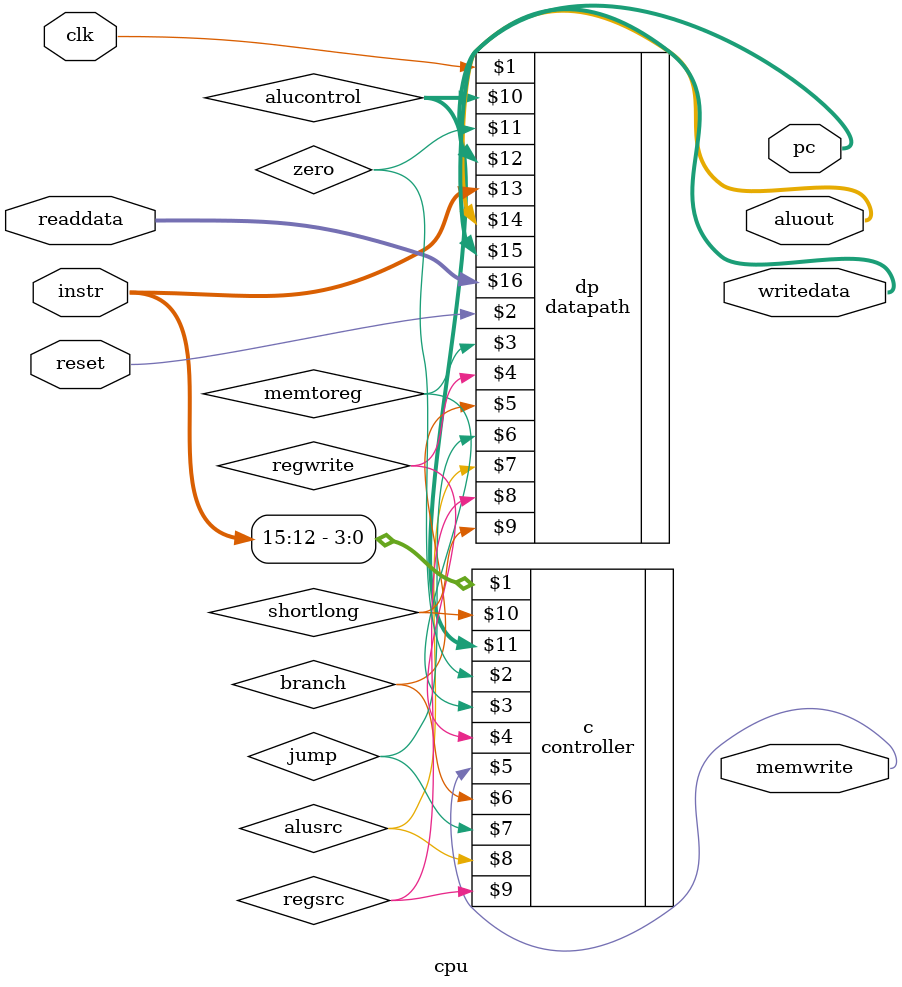
<source format=sv>
`ifndef CPU
`define CPU

`timescale 1ns/100ps

`include "../controller/controller.sv"
`include "../datapath/datapath.sv"

module cpu
    #(parameter n = 16)(
    //
    // ---------------- PORT DEFINITIONS ----------------
    //
    input  logic           clk, reset,
    output logic [(n-1):0] pc,
    input  logic [(n-1):0] instr,
    output logic           memwrite,
    output logic [(n-1):0] aluout, writedata,
    input  logic [(n-1):0] readdata
);
    //
    // ---------------- MODULE DESIGN IMPLEMENTATION ----------------
    //

    // cpu internal components
    logic       memtoreg, regwrite, branch, jump, alusrc, regsrc, shortlong, zero;
    logic [2:0] alucontrol;
    
    controller c(instr[15:12], zero,
                    memtoreg, regwrite, memwrite,
                    branch, jump, alusrc, regsrc, shortlong,
                    alucontrol);

    datapath dp(clk, reset, memtoreg, regwrite,
                    branch, jump, alusrc, regsrc, shortlong,
                    alucontrol,
                    zero, pc, instr,
                    aluout, writedata, readdata);

endmodule

`endif // CPU

</source>
